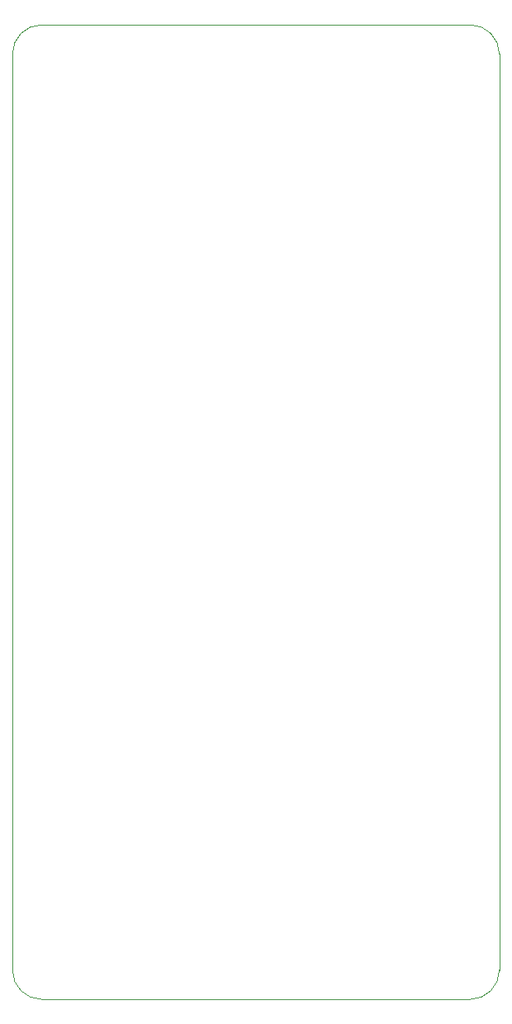
<source format=gbr>
%TF.GenerationSoftware,KiCad,Pcbnew,9.0.2*%
%TF.CreationDate,2025-07-31T20:58:52+10:00*%
%TF.ProjectId,Chorus,43686f72-7573-42e6-9b69-6361645f7063,1-0*%
%TF.SameCoordinates,Original*%
%TF.FileFunction,Profile,NP*%
%FSLAX46Y46*%
G04 Gerber Fmt 4.6, Leading zero omitted, Abs format (unit mm)*
G04 Created by KiCad (PCBNEW 9.0.2) date 2025-07-31 20:58:52*
%MOMM*%
%LPD*%
G01*
G04 APERTURE LIST*
%TA.AperFunction,Profile*%
%ADD10C,0.050000*%
%TD*%
G04 APERTURE END LIST*
D10*
%TO.C,REF\u002A\u002A*%
X125000001Y-53000000D02*
X125000000Y-147000000D01*
X128000001Y-149999999D02*
X172000000Y-150000000D01*
X172000000Y-50000000D02*
X128000001Y-50000000D01*
X175000000Y-147000000D02*
X175000000Y-53000000D01*
X125000000Y-53000000D02*
G75*
G02*
X128000000Y-50000000I3000001J-1D01*
G01*
X128000000Y-150000000D02*
G75*
G02*
X125000000Y-147000000I1J3000001D01*
G01*
X172000000Y-50000000D02*
G75*
G02*
X175000000Y-53000000I0J-3000000D01*
G01*
X175000000Y-147000000D02*
G75*
G02*
X172000000Y-150000000I-3000000J0D01*
G01*
%TD*%
M02*

</source>
